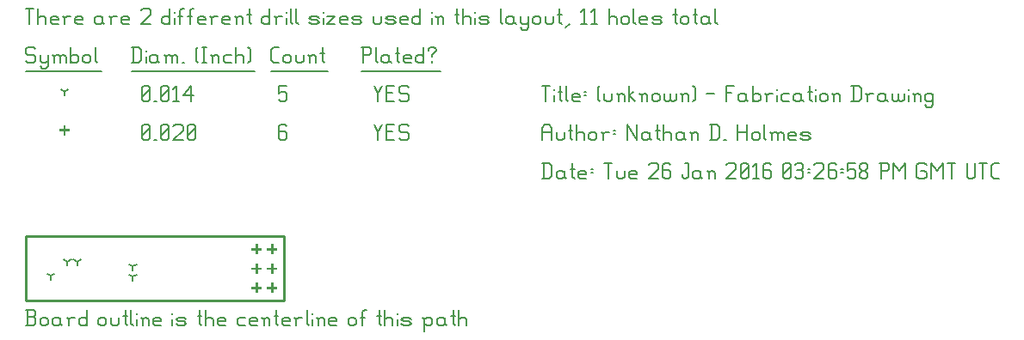
<source format=gbr>
G04 start of page 12 for group -3984 idx -3984 *
G04 Title: (unknown), fab *
G04 Creator: pcb 20140316 *
G04 CreationDate: Tue 26 Jan 2016 03:26:58 PM GMT UTC *
G04 For: ndholmes *
G04 Format: Gerber/RS-274X *
G04 PCB-Dimensions (mil): 1000.00 250.00 *
G04 PCB-Coordinate-Origin: lower left *
%MOIN*%
%FSLAX25Y25*%
%LNFAB*%
%ADD42C,0.0100*%
%ADD41C,0.0075*%
%ADD40C,0.0060*%
%ADD39R,0.0080X0.0080*%
G54D39*X89500Y21600D02*Y18400D01*
X87900Y20000D02*X91100D01*
X89500Y6600D02*Y3400D01*
X87900Y5000D02*X91100D01*
X89500Y14100D02*Y10900D01*
X87900Y12500D02*X91100D01*
X95500Y21600D02*Y18400D01*
X93900Y20000D02*X97100D01*
X95500Y6600D02*Y3400D01*
X93900Y5000D02*X97100D01*
X95500Y14100D02*Y10900D01*
X93900Y12500D02*X97100D01*
X15000Y67850D02*Y64650D01*
X13400Y66250D02*X16600D01*
G54D40*X135000Y68500D02*X136500Y65500D01*
X138000Y68500D01*
X136500Y65500D02*Y62500D01*
X139800Y65800D02*X142050D01*
X139800Y62500D02*X142800D01*
X139800Y68500D02*Y62500D01*
Y68500D02*X142800D01*
X147600D02*X148350Y67750D01*
X145350Y68500D02*X147600D01*
X144600Y67750D02*X145350Y68500D01*
X144600Y67750D02*Y66250D01*
X145350Y65500D01*
X147600D01*
X148350Y64750D01*
Y63250D01*
X147600Y62500D02*X148350Y63250D01*
X145350Y62500D02*X147600D01*
X144600Y63250D02*X145350Y62500D01*
X100250Y68500D02*X101000Y67750D01*
X98750Y68500D02*X100250D01*
X98000Y67750D02*X98750Y68500D01*
X98000Y67750D02*Y63250D01*
X98750Y62500D01*
X100250Y65800D02*X101000Y65050D01*
X98000Y65800D02*X100250D01*
X98750Y62500D02*X100250D01*
X101000Y63250D01*
Y65050D02*Y63250D01*
X45000D02*X45750Y62500D01*
X45000Y67750D02*Y63250D01*
Y67750D02*X45750Y68500D01*
X47250D01*
X48000Y67750D01*
Y63250D01*
X47250Y62500D02*X48000Y63250D01*
X45750Y62500D02*X47250D01*
X45000Y64000D02*X48000Y67000D01*
X49800Y62500D02*X50550D01*
X52350Y63250D02*X53100Y62500D01*
X52350Y67750D02*Y63250D01*
Y67750D02*X53100Y68500D01*
X54600D01*
X55350Y67750D01*
Y63250D01*
X54600Y62500D02*X55350Y63250D01*
X53100Y62500D02*X54600D01*
X52350Y64000D02*X55350Y67000D01*
X57150Y67750D02*X57900Y68500D01*
X60150D01*
X60900Y67750D01*
Y66250D01*
X57150Y62500D02*X60900Y66250D01*
X57150Y62500D02*X60900D01*
X62700Y63250D02*X63450Y62500D01*
X62700Y67750D02*Y63250D01*
Y67750D02*X63450Y68500D01*
X64950D01*
X65700Y67750D01*
Y63250D01*
X64950Y62500D02*X65700Y63250D01*
X63450Y62500D02*X64950D01*
X62700Y64000D02*X65700Y67000D01*
X41500Y13500D02*Y11900D01*
Y13500D02*X42887Y14300D01*
X41500Y13500D02*X40113Y14300D01*
X41500Y9500D02*Y7900D01*
Y9500D02*X42887Y10300D01*
X41500Y9500D02*X40113Y10300D01*
X19900Y15300D02*Y13700D01*
Y15300D02*X21287Y16100D01*
X19900Y15300D02*X18513Y16100D01*
X9800Y9700D02*Y8100D01*
Y9700D02*X11187Y10500D01*
X9800Y9700D02*X8413Y10500D01*
X16200Y15300D02*Y13700D01*
Y15300D02*X17587Y16100D01*
X16200Y15300D02*X14813Y16100D01*
X15000Y81250D02*Y79650D01*
Y81250D02*X16387Y82050D01*
X15000Y81250D02*X13613Y82050D01*
X135000Y83500D02*X136500Y80500D01*
X138000Y83500D01*
X136500Y80500D02*Y77500D01*
X139800Y80800D02*X142050D01*
X139800Y77500D02*X142800D01*
X139800Y83500D02*Y77500D01*
Y83500D02*X142800D01*
X147600D02*X148350Y82750D01*
X145350Y83500D02*X147600D01*
X144600Y82750D02*X145350Y83500D01*
X144600Y82750D02*Y81250D01*
X145350Y80500D01*
X147600D01*
X148350Y79750D01*
Y78250D01*
X147600Y77500D02*X148350Y78250D01*
X145350Y77500D02*X147600D01*
X144600Y78250D02*X145350Y77500D01*
X98000Y83500D02*X101000D01*
X98000D02*Y80500D01*
X98750Y81250D01*
X100250D01*
X101000Y80500D01*
Y78250D01*
X100250Y77500D02*X101000Y78250D01*
X98750Y77500D02*X100250D01*
X98000Y78250D02*X98750Y77500D01*
X45000Y78250D02*X45750Y77500D01*
X45000Y82750D02*Y78250D01*
Y82750D02*X45750Y83500D01*
X47250D01*
X48000Y82750D01*
Y78250D01*
X47250Y77500D02*X48000Y78250D01*
X45750Y77500D02*X47250D01*
X45000Y79000D02*X48000Y82000D01*
X49800Y77500D02*X50550D01*
X52350Y78250D02*X53100Y77500D01*
X52350Y82750D02*Y78250D01*
Y82750D02*X53100Y83500D01*
X54600D01*
X55350Y82750D01*
Y78250D01*
X54600Y77500D02*X55350Y78250D01*
X53100Y77500D02*X54600D01*
X52350Y79000D02*X55350Y82000D01*
X57150Y82300D02*X58350Y83500D01*
Y77500D01*
X57150D02*X59400D01*
X61200Y79750D02*X64200Y83500D01*
X61200Y79750D02*X64950D01*
X64200Y83500D02*Y77500D01*
X3000Y98500D02*X3750Y97750D01*
X750Y98500D02*X3000D01*
X0Y97750D02*X750Y98500D01*
X0Y97750D02*Y96250D01*
X750Y95500D01*
X3000D01*
X3750Y94750D01*
Y93250D01*
X3000Y92500D02*X3750Y93250D01*
X750Y92500D02*X3000D01*
X0Y93250D02*X750Y92500D01*
X5550Y95500D02*Y93250D01*
X6300Y92500D01*
X8550Y95500D02*Y91000D01*
X7800Y90250D02*X8550Y91000D01*
X6300Y90250D02*X7800D01*
X5550Y91000D02*X6300Y90250D01*
Y92500D02*X7800D01*
X8550Y93250D01*
X11100Y94750D02*Y92500D01*
Y94750D02*X11850Y95500D01*
X12600D01*
X13350Y94750D01*
Y92500D01*
Y94750D02*X14100Y95500D01*
X14850D01*
X15600Y94750D01*
Y92500D01*
X10350Y95500D02*X11100Y94750D01*
X17400Y98500D02*Y92500D01*
Y93250D02*X18150Y92500D01*
X19650D01*
X20400Y93250D01*
Y94750D02*Y93250D01*
X19650Y95500D02*X20400Y94750D01*
X18150Y95500D02*X19650D01*
X17400Y94750D02*X18150Y95500D01*
X22200Y94750D02*Y93250D01*
Y94750D02*X22950Y95500D01*
X24450D01*
X25200Y94750D01*
Y93250D01*
X24450Y92500D02*X25200Y93250D01*
X22950Y92500D02*X24450D01*
X22200Y93250D02*X22950Y92500D01*
X27000Y98500D02*Y93250D01*
X27750Y92500D01*
X0Y89250D02*X29250D01*
X41750Y98500D02*Y92500D01*
X43700Y98500D02*X44750Y97450D01*
Y93550D01*
X43700Y92500D02*X44750Y93550D01*
X41000Y92500D02*X43700D01*
X41000Y98500D02*X43700D01*
G54D41*X46550Y97000D02*Y96850D01*
G54D40*Y94750D02*Y92500D01*
X50300Y95500D02*X51050Y94750D01*
X48800Y95500D02*X50300D01*
X48050Y94750D02*X48800Y95500D01*
X48050Y94750D02*Y93250D01*
X48800Y92500D01*
X51050Y95500D02*Y93250D01*
X51800Y92500D01*
X48800D02*X50300D01*
X51050Y93250D01*
X54350Y94750D02*Y92500D01*
Y94750D02*X55100Y95500D01*
X55850D01*
X56600Y94750D01*
Y92500D01*
Y94750D02*X57350Y95500D01*
X58100D01*
X58850Y94750D01*
Y92500D01*
X53600Y95500D02*X54350Y94750D01*
X60650Y92500D02*X61400D01*
X65900Y93250D02*X66650Y92500D01*
X65900Y97750D02*X66650Y98500D01*
X65900Y97750D02*Y93250D01*
X68450Y98500D02*X69950D01*
X69200D02*Y92500D01*
X68450D02*X69950D01*
X72500Y94750D02*Y92500D01*
Y94750D02*X73250Y95500D01*
X74000D01*
X74750Y94750D01*
Y92500D01*
X71750Y95500D02*X72500Y94750D01*
X77300Y95500D02*X79550D01*
X76550Y94750D02*X77300Y95500D01*
X76550Y94750D02*Y93250D01*
X77300Y92500D01*
X79550D01*
X81350Y98500D02*Y92500D01*
Y94750D02*X82100Y95500D01*
X83600D01*
X84350Y94750D01*
Y92500D01*
X86150Y98500D02*X86900Y97750D01*
Y93250D01*
X86150Y92500D02*X86900Y93250D01*
X41000Y89250D02*X88700D01*
X96050Y92500D02*X98000D01*
X95000Y93550D02*X96050Y92500D01*
X95000Y97450D02*Y93550D01*
Y97450D02*X96050Y98500D01*
X98000D01*
X99800Y94750D02*Y93250D01*
Y94750D02*X100550Y95500D01*
X102050D01*
X102800Y94750D01*
Y93250D01*
X102050Y92500D02*X102800Y93250D01*
X100550Y92500D02*X102050D01*
X99800Y93250D02*X100550Y92500D01*
X104600Y95500D02*Y93250D01*
X105350Y92500D01*
X106850D01*
X107600Y93250D01*
Y95500D02*Y93250D01*
X110150Y94750D02*Y92500D01*
Y94750D02*X110900Y95500D01*
X111650D01*
X112400Y94750D01*
Y92500D01*
X109400Y95500D02*X110150Y94750D01*
X114950Y98500D02*Y93250D01*
X115700Y92500D01*
X114200Y96250D02*X115700D01*
X95000Y89250D02*X117200D01*
X130750Y98500D02*Y92500D01*
X130000Y98500D02*X133000D01*
X133750Y97750D01*
Y96250D01*
X133000Y95500D02*X133750Y96250D01*
X130750Y95500D02*X133000D01*
X135550Y98500D02*Y93250D01*
X136300Y92500D01*
X140050Y95500D02*X140800Y94750D01*
X138550Y95500D02*X140050D01*
X137800Y94750D02*X138550Y95500D01*
X137800Y94750D02*Y93250D01*
X138550Y92500D01*
X140800Y95500D02*Y93250D01*
X141550Y92500D01*
X138550D02*X140050D01*
X140800Y93250D01*
X144100Y98500D02*Y93250D01*
X144850Y92500D01*
X143350Y96250D02*X144850D01*
X147100Y92500D02*X149350D01*
X146350Y93250D02*X147100Y92500D01*
X146350Y94750D02*Y93250D01*
Y94750D02*X147100Y95500D01*
X148600D01*
X149350Y94750D01*
X146350Y94000D02*X149350D01*
Y94750D02*Y94000D01*
X154150Y98500D02*Y92500D01*
X153400D02*X154150Y93250D01*
X151900Y92500D02*X153400D01*
X151150Y93250D02*X151900Y92500D01*
X151150Y94750D02*Y93250D01*
Y94750D02*X151900Y95500D01*
X153400D01*
X154150Y94750D01*
X157450Y95500D02*Y94750D01*
Y93250D02*Y92500D01*
X155950Y97750D02*Y97000D01*
Y97750D02*X156700Y98500D01*
X158200D01*
X158950Y97750D01*
Y97000D01*
X157450Y95500D02*X158950Y97000D01*
X130000Y89250D02*X160750D01*
X0Y113500D02*X3000D01*
X1500D02*Y107500D01*
X4800Y113500D02*Y107500D01*
Y109750D02*X5550Y110500D01*
X7050D01*
X7800Y109750D01*
Y107500D01*
X10350D02*X12600D01*
X9600Y108250D02*X10350Y107500D01*
X9600Y109750D02*Y108250D01*
Y109750D02*X10350Y110500D01*
X11850D01*
X12600Y109750D01*
X9600Y109000D02*X12600D01*
Y109750D02*Y109000D01*
X15150Y109750D02*Y107500D01*
Y109750D02*X15900Y110500D01*
X17400D01*
X14400D02*X15150Y109750D01*
X19950Y107500D02*X22200D01*
X19200Y108250D02*X19950Y107500D01*
X19200Y109750D02*Y108250D01*
Y109750D02*X19950Y110500D01*
X21450D01*
X22200Y109750D01*
X19200Y109000D02*X22200D01*
Y109750D02*Y109000D01*
X28950Y110500D02*X29700Y109750D01*
X27450Y110500D02*X28950D01*
X26700Y109750D02*X27450Y110500D01*
X26700Y109750D02*Y108250D01*
X27450Y107500D01*
X29700Y110500D02*Y108250D01*
X30450Y107500D01*
X27450D02*X28950D01*
X29700Y108250D01*
X33000Y109750D02*Y107500D01*
Y109750D02*X33750Y110500D01*
X35250D01*
X32250D02*X33000Y109750D01*
X37800Y107500D02*X40050D01*
X37050Y108250D02*X37800Y107500D01*
X37050Y109750D02*Y108250D01*
Y109750D02*X37800Y110500D01*
X39300D01*
X40050Y109750D01*
X37050Y109000D02*X40050D01*
Y109750D02*Y109000D01*
X44550Y112750D02*X45300Y113500D01*
X47550D01*
X48300Y112750D01*
Y111250D01*
X44550Y107500D02*X48300Y111250D01*
X44550Y107500D02*X48300D01*
X55800Y113500D02*Y107500D01*
X55050D02*X55800Y108250D01*
X53550Y107500D02*X55050D01*
X52800Y108250D02*X53550Y107500D01*
X52800Y109750D02*Y108250D01*
Y109750D02*X53550Y110500D01*
X55050D01*
X55800Y109750D01*
G54D41*X57600Y112000D02*Y111850D01*
G54D40*Y109750D02*Y107500D01*
X59850Y112750D02*Y107500D01*
Y112750D02*X60600Y113500D01*
X61350D01*
X59100Y110500D02*X60600D01*
X63600Y112750D02*Y107500D01*
Y112750D02*X64350Y113500D01*
X65100D01*
X62850Y110500D02*X64350D01*
X67350Y107500D02*X69600D01*
X66600Y108250D02*X67350Y107500D01*
X66600Y109750D02*Y108250D01*
Y109750D02*X67350Y110500D01*
X68850D01*
X69600Y109750D01*
X66600Y109000D02*X69600D01*
Y109750D02*Y109000D01*
X72150Y109750D02*Y107500D01*
Y109750D02*X72900Y110500D01*
X74400D01*
X71400D02*X72150Y109750D01*
X76950Y107500D02*X79200D01*
X76200Y108250D02*X76950Y107500D01*
X76200Y109750D02*Y108250D01*
Y109750D02*X76950Y110500D01*
X78450D01*
X79200Y109750D01*
X76200Y109000D02*X79200D01*
Y109750D02*Y109000D01*
X81750Y109750D02*Y107500D01*
Y109750D02*X82500Y110500D01*
X83250D01*
X84000Y109750D01*
Y107500D01*
X81000Y110500D02*X81750Y109750D01*
X86550Y113500D02*Y108250D01*
X87300Y107500D01*
X85800Y111250D02*X87300D01*
X94500Y113500D02*Y107500D01*
X93750D02*X94500Y108250D01*
X92250Y107500D02*X93750D01*
X91500Y108250D02*X92250Y107500D01*
X91500Y109750D02*Y108250D01*
Y109750D02*X92250Y110500D01*
X93750D01*
X94500Y109750D01*
X97050D02*Y107500D01*
Y109750D02*X97800Y110500D01*
X99300D01*
X96300D02*X97050Y109750D01*
G54D41*X101100Y112000D02*Y111850D01*
G54D40*Y109750D02*Y107500D01*
X102600Y113500D02*Y108250D01*
X103350Y107500D01*
X104850Y113500D02*Y108250D01*
X105600Y107500D01*
X110550D02*X112800D01*
X113550Y108250D01*
X112800Y109000D02*X113550Y108250D01*
X110550Y109000D02*X112800D01*
X109800Y109750D02*X110550Y109000D01*
X109800Y109750D02*X110550Y110500D01*
X112800D01*
X113550Y109750D01*
X109800Y108250D02*X110550Y107500D01*
G54D41*X115350Y112000D02*Y111850D01*
G54D40*Y109750D02*Y107500D01*
X116850Y110500D02*X119850D01*
X116850Y107500D02*X119850Y110500D01*
X116850Y107500D02*X119850D01*
X122400D02*X124650D01*
X121650Y108250D02*X122400Y107500D01*
X121650Y109750D02*Y108250D01*
Y109750D02*X122400Y110500D01*
X123900D01*
X124650Y109750D01*
X121650Y109000D02*X124650D01*
Y109750D02*Y109000D01*
X127200Y107500D02*X129450D01*
X130200Y108250D01*
X129450Y109000D02*X130200Y108250D01*
X127200Y109000D02*X129450D01*
X126450Y109750D02*X127200Y109000D01*
X126450Y109750D02*X127200Y110500D01*
X129450D01*
X130200Y109750D01*
X126450Y108250D02*X127200Y107500D01*
X134700Y110500D02*Y108250D01*
X135450Y107500D01*
X136950D01*
X137700Y108250D01*
Y110500D02*Y108250D01*
X140250Y107500D02*X142500D01*
X143250Y108250D01*
X142500Y109000D02*X143250Y108250D01*
X140250Y109000D02*X142500D01*
X139500Y109750D02*X140250Y109000D01*
X139500Y109750D02*X140250Y110500D01*
X142500D01*
X143250Y109750D01*
X139500Y108250D02*X140250Y107500D01*
X145800D02*X148050D01*
X145050Y108250D02*X145800Y107500D01*
X145050Y109750D02*Y108250D01*
Y109750D02*X145800Y110500D01*
X147300D01*
X148050Y109750D01*
X145050Y109000D02*X148050D01*
Y109750D02*Y109000D01*
X152850Y113500D02*Y107500D01*
X152100D02*X152850Y108250D01*
X150600Y107500D02*X152100D01*
X149850Y108250D02*X150600Y107500D01*
X149850Y109750D02*Y108250D01*
Y109750D02*X150600Y110500D01*
X152100D01*
X152850Y109750D01*
G54D41*X157350Y112000D02*Y111850D01*
G54D40*Y109750D02*Y107500D01*
X159600Y109750D02*Y107500D01*
Y109750D02*X160350Y110500D01*
X161100D01*
X161850Y109750D01*
Y107500D01*
X158850Y110500D02*X159600Y109750D01*
X167100Y113500D02*Y108250D01*
X167850Y107500D01*
X166350Y111250D02*X167850D01*
X169350Y113500D02*Y107500D01*
Y109750D02*X170100Y110500D01*
X171600D01*
X172350Y109750D01*
Y107500D01*
G54D41*X174150Y112000D02*Y111850D01*
G54D40*Y109750D02*Y107500D01*
X176400D02*X178650D01*
X179400Y108250D01*
X178650Y109000D02*X179400Y108250D01*
X176400Y109000D02*X178650D01*
X175650Y109750D02*X176400Y109000D01*
X175650Y109750D02*X176400Y110500D01*
X178650D01*
X179400Y109750D01*
X175650Y108250D02*X176400Y107500D01*
X183900Y113500D02*Y108250D01*
X184650Y107500D01*
X188400Y110500D02*X189150Y109750D01*
X186900Y110500D02*X188400D01*
X186150Y109750D02*X186900Y110500D01*
X186150Y109750D02*Y108250D01*
X186900Y107500D01*
X189150Y110500D02*Y108250D01*
X189900Y107500D01*
X186900D02*X188400D01*
X189150Y108250D01*
X191700Y110500D02*Y108250D01*
X192450Y107500D01*
X194700Y110500D02*Y106000D01*
X193950Y105250D02*X194700Y106000D01*
X192450Y105250D02*X193950D01*
X191700Y106000D02*X192450Y105250D01*
Y107500D02*X193950D01*
X194700Y108250D01*
X196500Y109750D02*Y108250D01*
Y109750D02*X197250Y110500D01*
X198750D01*
X199500Y109750D01*
Y108250D01*
X198750Y107500D02*X199500Y108250D01*
X197250Y107500D02*X198750D01*
X196500Y108250D02*X197250Y107500D01*
X201300Y110500D02*Y108250D01*
X202050Y107500D01*
X203550D01*
X204300Y108250D01*
Y110500D02*Y108250D01*
X206850Y113500D02*Y108250D01*
X207600Y107500D01*
X206100Y111250D02*X207600D01*
X209100Y106000D02*X210600Y107500D01*
X215100Y112300D02*X216300Y113500D01*
Y107500D01*
X215100D02*X217350D01*
X219150Y112300D02*X220350Y113500D01*
Y107500D01*
X219150D02*X221400D01*
X225900Y113500D02*Y107500D01*
Y109750D02*X226650Y110500D01*
X228150D01*
X228900Y109750D01*
Y107500D01*
X230700Y109750D02*Y108250D01*
Y109750D02*X231450Y110500D01*
X232950D01*
X233700Y109750D01*
Y108250D01*
X232950Y107500D02*X233700Y108250D01*
X231450Y107500D02*X232950D01*
X230700Y108250D02*X231450Y107500D01*
X235500Y113500D02*Y108250D01*
X236250Y107500D01*
X238500D02*X240750D01*
X237750Y108250D02*X238500Y107500D01*
X237750Y109750D02*Y108250D01*
Y109750D02*X238500Y110500D01*
X240000D01*
X240750Y109750D01*
X237750Y109000D02*X240750D01*
Y109750D02*Y109000D01*
X243300Y107500D02*X245550D01*
X246300Y108250D01*
X245550Y109000D02*X246300Y108250D01*
X243300Y109000D02*X245550D01*
X242550Y109750D02*X243300Y109000D01*
X242550Y109750D02*X243300Y110500D01*
X245550D01*
X246300Y109750D01*
X242550Y108250D02*X243300Y107500D01*
X251550Y113500D02*Y108250D01*
X252300Y107500D01*
X250800Y111250D02*X252300D01*
X253800Y109750D02*Y108250D01*
Y109750D02*X254550Y110500D01*
X256050D01*
X256800Y109750D01*
Y108250D01*
X256050Y107500D02*X256800Y108250D01*
X254550Y107500D02*X256050D01*
X253800Y108250D02*X254550Y107500D01*
X259350Y113500D02*Y108250D01*
X260100Y107500D01*
X258600Y111250D02*X260100D01*
X263850Y110500D02*X264600Y109750D01*
X262350Y110500D02*X263850D01*
X261600Y109750D02*X262350Y110500D01*
X261600Y109750D02*Y108250D01*
X262350Y107500D01*
X264600Y110500D02*Y108250D01*
X265350Y107500D01*
X262350D02*X263850D01*
X264600Y108250D01*
X267150Y113500D02*Y108250D01*
X267900Y107500D01*
G54D42*X0Y0D02*X100000D01*
Y25000D01*
X0D01*
Y0D01*
G54D40*Y-9500D02*X3000D01*
X3750Y-8750D01*
Y-6950D02*Y-8750D01*
X3000Y-6200D02*X3750Y-6950D01*
X750Y-6200D02*X3000D01*
X750Y-3500D02*Y-9500D01*
X0Y-3500D02*X3000D01*
X3750Y-4250D01*
Y-5450D01*
X3000Y-6200D02*X3750Y-5450D01*
X5550Y-7250D02*Y-8750D01*
Y-7250D02*X6300Y-6500D01*
X7800D01*
X8550Y-7250D01*
Y-8750D01*
X7800Y-9500D02*X8550Y-8750D01*
X6300Y-9500D02*X7800D01*
X5550Y-8750D02*X6300Y-9500D01*
X12600Y-6500D02*X13350Y-7250D01*
X11100Y-6500D02*X12600D01*
X10350Y-7250D02*X11100Y-6500D01*
X10350Y-7250D02*Y-8750D01*
X11100Y-9500D01*
X13350Y-6500D02*Y-8750D01*
X14100Y-9500D01*
X11100D02*X12600D01*
X13350Y-8750D01*
X16650Y-7250D02*Y-9500D01*
Y-7250D02*X17400Y-6500D01*
X18900D01*
X15900D02*X16650Y-7250D01*
X23700Y-3500D02*Y-9500D01*
X22950D02*X23700Y-8750D01*
X21450Y-9500D02*X22950D01*
X20700Y-8750D02*X21450Y-9500D01*
X20700Y-7250D02*Y-8750D01*
Y-7250D02*X21450Y-6500D01*
X22950D01*
X23700Y-7250D01*
X28200D02*Y-8750D01*
Y-7250D02*X28950Y-6500D01*
X30450D01*
X31200Y-7250D01*
Y-8750D01*
X30450Y-9500D02*X31200Y-8750D01*
X28950Y-9500D02*X30450D01*
X28200Y-8750D02*X28950Y-9500D01*
X33000Y-6500D02*Y-8750D01*
X33750Y-9500D01*
X35250D01*
X36000Y-8750D01*
Y-6500D02*Y-8750D01*
X38550Y-3500D02*Y-8750D01*
X39300Y-9500D01*
X37800Y-5750D02*X39300D01*
X40800Y-3500D02*Y-8750D01*
X41550Y-9500D01*
G54D41*X43050Y-5000D02*Y-5150D01*
G54D40*Y-7250D02*Y-9500D01*
X45300Y-7250D02*Y-9500D01*
Y-7250D02*X46050Y-6500D01*
X46800D01*
X47550Y-7250D01*
Y-9500D01*
X44550Y-6500D02*X45300Y-7250D01*
X50100Y-9500D02*X52350D01*
X49350Y-8750D02*X50100Y-9500D01*
X49350Y-7250D02*Y-8750D01*
Y-7250D02*X50100Y-6500D01*
X51600D01*
X52350Y-7250D01*
X49350Y-8000D02*X52350D01*
Y-7250D02*Y-8000D01*
G54D41*X56850Y-5000D02*Y-5150D01*
G54D40*Y-7250D02*Y-9500D01*
X59100D02*X61350D01*
X62100Y-8750D01*
X61350Y-8000D02*X62100Y-8750D01*
X59100Y-8000D02*X61350D01*
X58350Y-7250D02*X59100Y-8000D01*
X58350Y-7250D02*X59100Y-6500D01*
X61350D01*
X62100Y-7250D01*
X58350Y-8750D02*X59100Y-9500D01*
X67350Y-3500D02*Y-8750D01*
X68100Y-9500D01*
X66600Y-5750D02*X68100D01*
X69600Y-3500D02*Y-9500D01*
Y-7250D02*X70350Y-6500D01*
X71850D01*
X72600Y-7250D01*
Y-9500D01*
X75150D02*X77400D01*
X74400Y-8750D02*X75150Y-9500D01*
X74400Y-7250D02*Y-8750D01*
Y-7250D02*X75150Y-6500D01*
X76650D01*
X77400Y-7250D01*
X74400Y-8000D02*X77400D01*
Y-7250D02*Y-8000D01*
X82650Y-6500D02*X84900D01*
X81900Y-7250D02*X82650Y-6500D01*
X81900Y-7250D02*Y-8750D01*
X82650Y-9500D01*
X84900D01*
X87450D02*X89700D01*
X86700Y-8750D02*X87450Y-9500D01*
X86700Y-7250D02*Y-8750D01*
Y-7250D02*X87450Y-6500D01*
X88950D01*
X89700Y-7250D01*
X86700Y-8000D02*X89700D01*
Y-7250D02*Y-8000D01*
X92250Y-7250D02*Y-9500D01*
Y-7250D02*X93000Y-6500D01*
X93750D01*
X94500Y-7250D01*
Y-9500D01*
X91500Y-6500D02*X92250Y-7250D01*
X97050Y-3500D02*Y-8750D01*
X97800Y-9500D01*
X96300Y-5750D02*X97800D01*
X100050Y-9500D02*X102300D01*
X99300Y-8750D02*X100050Y-9500D01*
X99300Y-7250D02*Y-8750D01*
Y-7250D02*X100050Y-6500D01*
X101550D01*
X102300Y-7250D01*
X99300Y-8000D02*X102300D01*
Y-7250D02*Y-8000D01*
X104850Y-7250D02*Y-9500D01*
Y-7250D02*X105600Y-6500D01*
X107100D01*
X104100D02*X104850Y-7250D01*
X108900Y-3500D02*Y-8750D01*
X109650Y-9500D01*
G54D41*X111150Y-5000D02*Y-5150D01*
G54D40*Y-7250D02*Y-9500D01*
X113400Y-7250D02*Y-9500D01*
Y-7250D02*X114150Y-6500D01*
X114900D01*
X115650Y-7250D01*
Y-9500D01*
X112650Y-6500D02*X113400Y-7250D01*
X118200Y-9500D02*X120450D01*
X117450Y-8750D02*X118200Y-9500D01*
X117450Y-7250D02*Y-8750D01*
Y-7250D02*X118200Y-6500D01*
X119700D01*
X120450Y-7250D01*
X117450Y-8000D02*X120450D01*
Y-7250D02*Y-8000D01*
X124950Y-7250D02*Y-8750D01*
Y-7250D02*X125700Y-6500D01*
X127200D01*
X127950Y-7250D01*
Y-8750D01*
X127200Y-9500D02*X127950Y-8750D01*
X125700Y-9500D02*X127200D01*
X124950Y-8750D02*X125700Y-9500D01*
X130500Y-4250D02*Y-9500D01*
Y-4250D02*X131250Y-3500D01*
X132000D01*
X129750Y-6500D02*X131250D01*
X136950Y-3500D02*Y-8750D01*
X137700Y-9500D01*
X136200Y-5750D02*X137700D01*
X139200Y-3500D02*Y-9500D01*
Y-7250D02*X139950Y-6500D01*
X141450D01*
X142200Y-7250D01*
Y-9500D01*
G54D41*X144000Y-5000D02*Y-5150D01*
G54D40*Y-7250D02*Y-9500D01*
X146250D02*X148500D01*
X149250Y-8750D01*
X148500Y-8000D02*X149250Y-8750D01*
X146250Y-8000D02*X148500D01*
X145500Y-7250D02*X146250Y-8000D01*
X145500Y-7250D02*X146250Y-6500D01*
X148500D01*
X149250Y-7250D01*
X145500Y-8750D02*X146250Y-9500D01*
X154500Y-7250D02*Y-11750D01*
X153750Y-6500D02*X154500Y-7250D01*
X155250Y-6500D01*
X156750D01*
X157500Y-7250D01*
Y-8750D01*
X156750Y-9500D02*X157500Y-8750D01*
X155250Y-9500D02*X156750D01*
X154500Y-8750D02*X155250Y-9500D01*
X161550Y-6500D02*X162300Y-7250D01*
X160050Y-6500D02*X161550D01*
X159300Y-7250D02*X160050Y-6500D01*
X159300Y-7250D02*Y-8750D01*
X160050Y-9500D01*
X162300Y-6500D02*Y-8750D01*
X163050Y-9500D01*
X160050D02*X161550D01*
X162300Y-8750D01*
X165600Y-3500D02*Y-8750D01*
X166350Y-9500D01*
X164850Y-5750D02*X166350D01*
X167850Y-3500D02*Y-9500D01*
Y-7250D02*X168600Y-6500D01*
X170100D01*
X170850Y-7250D01*
Y-9500D01*
X200750Y53500D02*Y47500D01*
X202700Y53500D02*X203750Y52450D01*
Y48550D01*
X202700Y47500D02*X203750Y48550D01*
X200000Y47500D02*X202700D01*
X200000Y53500D02*X202700D01*
X207800Y50500D02*X208550Y49750D01*
X206300Y50500D02*X207800D01*
X205550Y49750D02*X206300Y50500D01*
X205550Y49750D02*Y48250D01*
X206300Y47500D01*
X208550Y50500D02*Y48250D01*
X209300Y47500D01*
X206300D02*X207800D01*
X208550Y48250D01*
X211850Y53500D02*Y48250D01*
X212600Y47500D01*
X211100Y51250D02*X212600D01*
X214850Y47500D02*X217100D01*
X214100Y48250D02*X214850Y47500D01*
X214100Y49750D02*Y48250D01*
Y49750D02*X214850Y50500D01*
X216350D01*
X217100Y49750D01*
X214100Y49000D02*X217100D01*
Y49750D02*Y49000D01*
X218900Y51250D02*X219650D01*
X218900Y49750D02*X219650D01*
X224150Y53500D02*X227150D01*
X225650D02*Y47500D01*
X228950Y50500D02*Y48250D01*
X229700Y47500D01*
X231200D01*
X231950Y48250D01*
Y50500D02*Y48250D01*
X234500Y47500D02*X236750D01*
X233750Y48250D02*X234500Y47500D01*
X233750Y49750D02*Y48250D01*
Y49750D02*X234500Y50500D01*
X236000D01*
X236750Y49750D01*
X233750Y49000D02*X236750D01*
Y49750D02*Y49000D01*
X241250Y52750D02*X242000Y53500D01*
X244250D01*
X245000Y52750D01*
Y51250D01*
X241250Y47500D02*X245000Y51250D01*
X241250Y47500D02*X245000D01*
X249050Y53500D02*X249800Y52750D01*
X247550Y53500D02*X249050D01*
X246800Y52750D02*X247550Y53500D01*
X246800Y52750D02*Y48250D01*
X247550Y47500D01*
X249050Y50800D02*X249800Y50050D01*
X246800Y50800D02*X249050D01*
X247550Y47500D02*X249050D01*
X249800Y48250D01*
Y50050D02*Y48250D01*
X255350Y53500D02*X256550D01*
Y48250D01*
X255800Y47500D02*X256550Y48250D01*
X255050Y47500D02*X255800D01*
X254300Y48250D02*X255050Y47500D01*
X254300Y49000D02*Y48250D01*
X260600Y50500D02*X261350Y49750D01*
X259100Y50500D02*X260600D01*
X258350Y49750D02*X259100Y50500D01*
X258350Y49750D02*Y48250D01*
X259100Y47500D01*
X261350Y50500D02*Y48250D01*
X262100Y47500D01*
X259100D02*X260600D01*
X261350Y48250D01*
X264650Y49750D02*Y47500D01*
Y49750D02*X265400Y50500D01*
X266150D01*
X266900Y49750D01*
Y47500D01*
X263900Y50500D02*X264650Y49750D01*
X271400Y52750D02*X272150Y53500D01*
X274400D01*
X275150Y52750D01*
Y51250D01*
X271400Y47500D02*X275150Y51250D01*
X271400Y47500D02*X275150D01*
X276950Y48250D02*X277700Y47500D01*
X276950Y52750D02*Y48250D01*
Y52750D02*X277700Y53500D01*
X279200D01*
X279950Y52750D01*
Y48250D01*
X279200Y47500D02*X279950Y48250D01*
X277700Y47500D02*X279200D01*
X276950Y49000D02*X279950Y52000D01*
X281750Y52300D02*X282950Y53500D01*
Y47500D01*
X281750D02*X284000D01*
X288050Y53500D02*X288800Y52750D01*
X286550Y53500D02*X288050D01*
X285800Y52750D02*X286550Y53500D01*
X285800Y52750D02*Y48250D01*
X286550Y47500D01*
X288050Y50800D02*X288800Y50050D01*
X285800Y50800D02*X288050D01*
X286550Y47500D02*X288050D01*
X288800Y48250D01*
Y50050D02*Y48250D01*
X293300D02*X294050Y47500D01*
X293300Y52750D02*Y48250D01*
Y52750D02*X294050Y53500D01*
X295550D01*
X296300Y52750D01*
Y48250D01*
X295550Y47500D02*X296300Y48250D01*
X294050Y47500D02*X295550D01*
X293300Y49000D02*X296300Y52000D01*
X298100Y52750D02*X298850Y53500D01*
X300350D01*
X301100Y52750D01*
X300350Y47500D02*X301100Y48250D01*
X298850Y47500D02*X300350D01*
X298100Y48250D02*X298850Y47500D01*
Y50800D02*X300350D01*
X301100Y52750D02*Y51550D01*
Y50050D02*Y48250D01*
Y50050D02*X300350Y50800D01*
X301100Y51550D02*X300350Y50800D01*
X302900Y51250D02*X303650D01*
X302900Y49750D02*X303650D01*
X305450Y52750D02*X306200Y53500D01*
X308450D01*
X309200Y52750D01*
Y51250D01*
X305450Y47500D02*X309200Y51250D01*
X305450Y47500D02*X309200D01*
X313250Y53500D02*X314000Y52750D01*
X311750Y53500D02*X313250D01*
X311000Y52750D02*X311750Y53500D01*
X311000Y52750D02*Y48250D01*
X311750Y47500D01*
X313250Y50800D02*X314000Y50050D01*
X311000Y50800D02*X313250D01*
X311750Y47500D02*X313250D01*
X314000Y48250D01*
Y50050D02*Y48250D01*
X315800Y51250D02*X316550D01*
X315800Y49750D02*X316550D01*
X318350Y53500D02*X321350D01*
X318350D02*Y50500D01*
X319100Y51250D01*
X320600D01*
X321350Y50500D01*
Y48250D01*
X320600Y47500D02*X321350Y48250D01*
X319100Y47500D02*X320600D01*
X318350Y48250D02*X319100Y47500D01*
X323150Y48250D02*X323900Y47500D01*
X323150Y49450D02*Y48250D01*
Y49450D02*X324200Y50500D01*
X325100D01*
X326150Y49450D01*
Y48250D01*
X325400Y47500D02*X326150Y48250D01*
X323900Y47500D02*X325400D01*
X323150Y51550D02*X324200Y50500D01*
X323150Y52750D02*Y51550D01*
Y52750D02*X323900Y53500D01*
X325400D01*
X326150Y52750D01*
Y51550D01*
X325100Y50500D02*X326150Y51550D01*
X331400Y53500D02*Y47500D01*
X330650Y53500D02*X333650D01*
X334400Y52750D01*
Y51250D01*
X333650Y50500D02*X334400Y51250D01*
X331400Y50500D02*X333650D01*
X336200Y53500D02*Y47500D01*
Y53500D02*X338450Y50500D01*
X340700Y53500D01*
Y47500D01*
X348200Y53500D02*X348950Y52750D01*
X345950Y53500D02*X348200D01*
X345200Y52750D02*X345950Y53500D01*
X345200Y52750D02*Y48250D01*
X345950Y47500D01*
X348200D01*
X348950Y48250D01*
Y49750D02*Y48250D01*
X348200Y50500D02*X348950Y49750D01*
X346700Y50500D02*X348200D01*
X350750Y53500D02*Y47500D01*
Y53500D02*X353000Y50500D01*
X355250Y53500D01*
Y47500D01*
X357050Y53500D02*X360050D01*
X358550D02*Y47500D01*
X364550Y53500D02*Y48250D01*
X365300Y47500D01*
X366800D01*
X367550Y48250D01*
Y53500D02*Y48250D01*
X369350Y53500D02*X372350D01*
X370850D02*Y47500D01*
X375200D02*X377150D01*
X374150Y48550D02*X375200Y47500D01*
X374150Y52450D02*Y48550D01*
Y52450D02*X375200Y53500D01*
X377150D01*
X200000Y67000D02*Y62500D01*
Y67000D02*X201050Y68500D01*
X202700D01*
X203750Y67000D01*
Y62500D01*
X200000Y65500D02*X203750D01*
X205550D02*Y63250D01*
X206300Y62500D01*
X207800D01*
X208550Y63250D01*
Y65500D02*Y63250D01*
X211100Y68500D02*Y63250D01*
X211850Y62500D01*
X210350Y66250D02*X211850D01*
X213350Y68500D02*Y62500D01*
Y64750D02*X214100Y65500D01*
X215600D01*
X216350Y64750D01*
Y62500D01*
X218150Y64750D02*Y63250D01*
Y64750D02*X218900Y65500D01*
X220400D01*
X221150Y64750D01*
Y63250D01*
X220400Y62500D02*X221150Y63250D01*
X218900Y62500D02*X220400D01*
X218150Y63250D02*X218900Y62500D01*
X223700Y64750D02*Y62500D01*
Y64750D02*X224450Y65500D01*
X225950D01*
X222950D02*X223700Y64750D01*
X227750Y66250D02*X228500D01*
X227750Y64750D02*X228500D01*
X233000Y68500D02*Y62500D01*
Y68500D02*X236750Y62500D01*
Y68500D02*Y62500D01*
X240800Y65500D02*X241550Y64750D01*
X239300Y65500D02*X240800D01*
X238550Y64750D02*X239300Y65500D01*
X238550Y64750D02*Y63250D01*
X239300Y62500D01*
X241550Y65500D02*Y63250D01*
X242300Y62500D01*
X239300D02*X240800D01*
X241550Y63250D01*
X244850Y68500D02*Y63250D01*
X245600Y62500D01*
X244100Y66250D02*X245600D01*
X247100Y68500D02*Y62500D01*
Y64750D02*X247850Y65500D01*
X249350D01*
X250100Y64750D01*
Y62500D01*
X254150Y65500D02*X254900Y64750D01*
X252650Y65500D02*X254150D01*
X251900Y64750D02*X252650Y65500D01*
X251900Y64750D02*Y63250D01*
X252650Y62500D01*
X254900Y65500D02*Y63250D01*
X255650Y62500D01*
X252650D02*X254150D01*
X254900Y63250D01*
X258200Y64750D02*Y62500D01*
Y64750D02*X258950Y65500D01*
X259700D01*
X260450Y64750D01*
Y62500D01*
X257450Y65500D02*X258200Y64750D01*
X265700Y68500D02*Y62500D01*
X267650Y68500D02*X268700Y67450D01*
Y63550D01*
X267650Y62500D02*X268700Y63550D01*
X264950Y62500D02*X267650D01*
X264950Y68500D02*X267650D01*
X270500Y62500D02*X271250D01*
X275750Y68500D02*Y62500D01*
X279500Y68500D02*Y62500D01*
X275750Y65500D02*X279500D01*
X281300Y64750D02*Y63250D01*
Y64750D02*X282050Y65500D01*
X283550D01*
X284300Y64750D01*
Y63250D01*
X283550Y62500D02*X284300Y63250D01*
X282050Y62500D02*X283550D01*
X281300Y63250D02*X282050Y62500D01*
X286100Y68500D02*Y63250D01*
X286850Y62500D01*
X289100Y64750D02*Y62500D01*
Y64750D02*X289850Y65500D01*
X290600D01*
X291350Y64750D01*
Y62500D01*
Y64750D02*X292100Y65500D01*
X292850D01*
X293600Y64750D01*
Y62500D01*
X288350Y65500D02*X289100Y64750D01*
X296150Y62500D02*X298400D01*
X295400Y63250D02*X296150Y62500D01*
X295400Y64750D02*Y63250D01*
Y64750D02*X296150Y65500D01*
X297650D01*
X298400Y64750D01*
X295400Y64000D02*X298400D01*
Y64750D02*Y64000D01*
X300950Y62500D02*X303200D01*
X303950Y63250D01*
X303200Y64000D02*X303950Y63250D01*
X300950Y64000D02*X303200D01*
X300200Y64750D02*X300950Y64000D01*
X300200Y64750D02*X300950Y65500D01*
X303200D01*
X303950Y64750D01*
X300200Y63250D02*X300950Y62500D01*
X200000Y83500D02*X203000D01*
X201500D02*Y77500D01*
G54D41*X204800Y82000D02*Y81850D01*
G54D40*Y79750D02*Y77500D01*
X207050Y83500D02*Y78250D01*
X207800Y77500D01*
X206300Y81250D02*X207800D01*
X209300Y83500D02*Y78250D01*
X210050Y77500D01*
X212300D02*X214550D01*
X211550Y78250D02*X212300Y77500D01*
X211550Y79750D02*Y78250D01*
Y79750D02*X212300Y80500D01*
X213800D01*
X214550Y79750D01*
X211550Y79000D02*X214550D01*
Y79750D02*Y79000D01*
X216350Y81250D02*X217100D01*
X216350Y79750D02*X217100D01*
X221600Y78250D02*X222350Y77500D01*
X221600Y82750D02*X222350Y83500D01*
X221600Y82750D02*Y78250D01*
X224150Y80500D02*Y78250D01*
X224900Y77500D01*
X226400D01*
X227150Y78250D01*
Y80500D02*Y78250D01*
X229700Y79750D02*Y77500D01*
Y79750D02*X230450Y80500D01*
X231200D01*
X231950Y79750D01*
Y77500D01*
X228950Y80500D02*X229700Y79750D01*
X233750Y83500D02*Y77500D01*
Y79750D02*X236000Y77500D01*
X233750Y79750D02*X235250Y81250D01*
X238550Y79750D02*Y77500D01*
Y79750D02*X239300Y80500D01*
X240050D01*
X240800Y79750D01*
Y77500D01*
X237800Y80500D02*X238550Y79750D01*
X242600D02*Y78250D01*
Y79750D02*X243350Y80500D01*
X244850D01*
X245600Y79750D01*
Y78250D01*
X244850Y77500D02*X245600Y78250D01*
X243350Y77500D02*X244850D01*
X242600Y78250D02*X243350Y77500D01*
X247400Y80500D02*Y78250D01*
X248150Y77500D01*
X248900D01*
X249650Y78250D01*
Y80500D02*Y78250D01*
X250400Y77500D01*
X251150D01*
X251900Y78250D01*
Y80500D02*Y78250D01*
X254450Y79750D02*Y77500D01*
Y79750D02*X255200Y80500D01*
X255950D01*
X256700Y79750D01*
Y77500D01*
X253700Y80500D02*X254450Y79750D01*
X258500Y83500D02*X259250Y82750D01*
Y78250D01*
X258500Y77500D02*X259250Y78250D01*
X263750Y80500D02*X266750D01*
X271250Y83500D02*Y77500D01*
Y83500D02*X274250D01*
X271250Y80800D02*X273500D01*
X278300Y80500D02*X279050Y79750D01*
X276800Y80500D02*X278300D01*
X276050Y79750D02*X276800Y80500D01*
X276050Y79750D02*Y78250D01*
X276800Y77500D01*
X279050Y80500D02*Y78250D01*
X279800Y77500D01*
X276800D02*X278300D01*
X279050Y78250D01*
X281600Y83500D02*Y77500D01*
Y78250D02*X282350Y77500D01*
X283850D01*
X284600Y78250D01*
Y79750D02*Y78250D01*
X283850Y80500D02*X284600Y79750D01*
X282350Y80500D02*X283850D01*
X281600Y79750D02*X282350Y80500D01*
X287150Y79750D02*Y77500D01*
Y79750D02*X287900Y80500D01*
X289400D01*
X286400D02*X287150Y79750D01*
G54D41*X291200Y82000D02*Y81850D01*
G54D40*Y79750D02*Y77500D01*
X293450Y80500D02*X295700D01*
X292700Y79750D02*X293450Y80500D01*
X292700Y79750D02*Y78250D01*
X293450Y77500D01*
X295700D01*
X299750Y80500D02*X300500Y79750D01*
X298250Y80500D02*X299750D01*
X297500Y79750D02*X298250Y80500D01*
X297500Y79750D02*Y78250D01*
X298250Y77500D01*
X300500Y80500D02*Y78250D01*
X301250Y77500D01*
X298250D02*X299750D01*
X300500Y78250D01*
X303800Y83500D02*Y78250D01*
X304550Y77500D01*
X303050Y81250D02*X304550D01*
G54D41*X306050Y82000D02*Y81850D01*
G54D40*Y79750D02*Y77500D01*
X307550Y79750D02*Y78250D01*
Y79750D02*X308300Y80500D01*
X309800D01*
X310550Y79750D01*
Y78250D01*
X309800Y77500D02*X310550Y78250D01*
X308300Y77500D02*X309800D01*
X307550Y78250D02*X308300Y77500D01*
X313100Y79750D02*Y77500D01*
Y79750D02*X313850Y80500D01*
X314600D01*
X315350Y79750D01*
Y77500D01*
X312350Y80500D02*X313100Y79750D01*
X320600Y83500D02*Y77500D01*
X322550Y83500D02*X323600Y82450D01*
Y78550D01*
X322550Y77500D02*X323600Y78550D01*
X319850Y77500D02*X322550D01*
X319850Y83500D02*X322550D01*
X326150Y79750D02*Y77500D01*
Y79750D02*X326900Y80500D01*
X328400D01*
X325400D02*X326150Y79750D01*
X332450Y80500D02*X333200Y79750D01*
X330950Y80500D02*X332450D01*
X330200Y79750D02*X330950Y80500D01*
X330200Y79750D02*Y78250D01*
X330950Y77500D01*
X333200Y80500D02*Y78250D01*
X333950Y77500D01*
X330950D02*X332450D01*
X333200Y78250D01*
X335750Y80500D02*Y78250D01*
X336500Y77500D01*
X337250D01*
X338000Y78250D01*
Y80500D02*Y78250D01*
X338750Y77500D01*
X339500D01*
X340250Y78250D01*
Y80500D02*Y78250D01*
G54D41*X342050Y82000D02*Y81850D01*
G54D40*Y79750D02*Y77500D01*
X344300Y79750D02*Y77500D01*
Y79750D02*X345050Y80500D01*
X345800D01*
X346550Y79750D01*
Y77500D01*
X343550Y80500D02*X344300Y79750D01*
X350600Y80500D02*X351350Y79750D01*
X349100Y80500D02*X350600D01*
X348350Y79750D02*X349100Y80500D01*
X348350Y79750D02*Y78250D01*
X349100Y77500D01*
X350600D01*
X351350Y78250D01*
X348350Y76000D02*X349100Y75250D01*
X350600D01*
X351350Y76000D01*
Y80500D02*Y76000D01*
M02*

</source>
